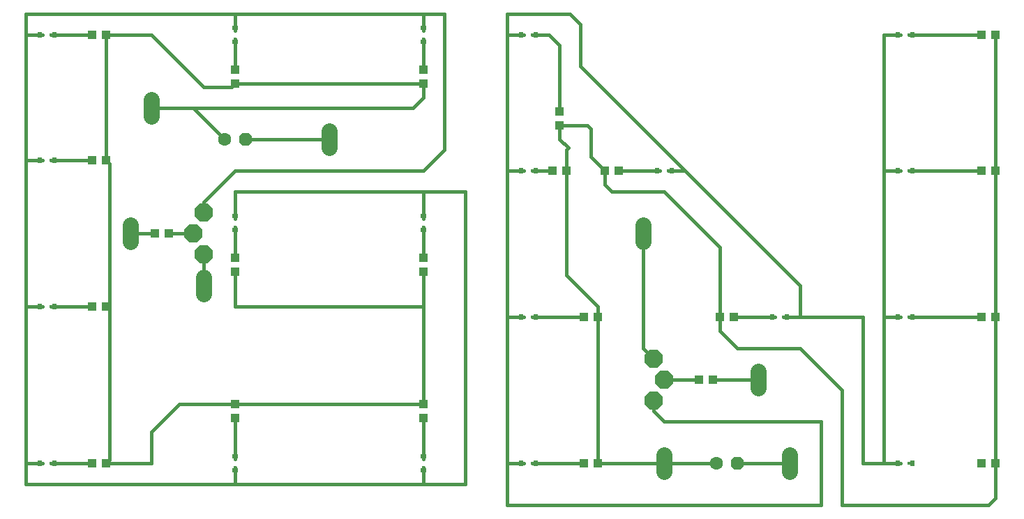
<source format=gbr>
G04 EAGLE Gerber RS-274X export*
G75*
%MOMM*%
%FSLAX34Y34*%
%LPD*%
%INTop Copper*%
%IPPOS*%
%AMOC8*
5,1,8,0,0,1.08239X$1,22.5*%
G01*
%ADD10P,1.732040X8X22.500000*%
%ADD11C,1.600200*%
%ADD12R,0.800000X0.500000*%
%ADD13R,0.350000X0.350000*%
%ADD14R,0.500000X0.800000*%
%ADD15R,1.100000X1.000000*%
%ADD16R,1.000000X1.100000*%
%ADD17C,1.981200*%
%ADD18P,2.336880X8X22.500000*%
%ADD19C,0.406400*%


D10*
X342900Y660400D03*
D11*
X317500Y660400D03*
D10*
X939800Y266700D03*
D11*
X914400Y266700D03*
D12*
X558800Y796150D03*
X558800Y778650D03*
D13*
X558800Y782400D03*
X558800Y792400D03*
D12*
X558800Y257950D03*
X558800Y275450D03*
D13*
X558800Y271700D03*
X558800Y261700D03*
D14*
X677050Y266700D03*
X694550Y266700D03*
D13*
X690800Y266700D03*
X680800Y266700D03*
D14*
X677050Y444500D03*
X694550Y444500D03*
D13*
X690800Y444500D03*
X680800Y444500D03*
D14*
X677050Y622300D03*
X694550Y622300D03*
D13*
X690800Y622300D03*
X680800Y622300D03*
D14*
X677050Y787400D03*
X694550Y787400D03*
D13*
X690800Y787400D03*
X680800Y787400D03*
D14*
X859650Y622300D03*
X842150Y622300D03*
D13*
X845900Y622300D03*
X855900Y622300D03*
D14*
X999350Y444500D03*
X981850Y444500D03*
D13*
X985600Y444500D03*
X995600Y444500D03*
D14*
X1134250Y266700D03*
X1151750Y266700D03*
D13*
X1148000Y266700D03*
X1138000Y266700D03*
D14*
X1134250Y444500D03*
X1151750Y444500D03*
D13*
X1148000Y444500D03*
X1138000Y444500D03*
D14*
X1134250Y622300D03*
X1151750Y622300D03*
D13*
X1148000Y622300D03*
X1138000Y622300D03*
D12*
X330200Y796150D03*
X330200Y778650D03*
D13*
X330200Y782400D03*
X330200Y792400D03*
D14*
X1134250Y787400D03*
X1151750Y787400D03*
D13*
X1148000Y787400D03*
X1138000Y787400D03*
D14*
X92850Y787400D03*
X110350Y787400D03*
D13*
X106600Y787400D03*
X96600Y787400D03*
D14*
X92850Y635000D03*
X110350Y635000D03*
D13*
X106600Y635000D03*
X96600Y635000D03*
D14*
X92850Y457200D03*
X110350Y457200D03*
D13*
X106600Y457200D03*
X96600Y457200D03*
D14*
X92850Y266700D03*
X110350Y266700D03*
D13*
X106600Y266700D03*
X96600Y266700D03*
D12*
X330200Y567550D03*
X330200Y550050D03*
D13*
X330200Y553800D03*
X330200Y563800D03*
D12*
X558800Y567550D03*
X558800Y550050D03*
D13*
X558800Y553800D03*
X558800Y563800D03*
D12*
X330200Y257950D03*
X330200Y275450D03*
D13*
X330200Y271700D03*
X330200Y261700D03*
D15*
X558800Y745100D03*
X558800Y728100D03*
X558800Y321700D03*
X558800Y338700D03*
D16*
X232800Y546100D03*
X249800Y546100D03*
X753500Y266700D03*
X770500Y266700D03*
X753500Y444500D03*
X770500Y444500D03*
X715400Y622300D03*
X732400Y622300D03*
D15*
X723900Y694300D03*
X723900Y677300D03*
D16*
X795900Y622300D03*
X778900Y622300D03*
X935600Y444500D03*
X918600Y444500D03*
X1236100Y266700D03*
X1253100Y266700D03*
X1236100Y444500D03*
X1253100Y444500D03*
D15*
X330200Y745100D03*
X330200Y728100D03*
D16*
X1236100Y622300D03*
X1253100Y622300D03*
X1236100Y787400D03*
X1253100Y787400D03*
X910200Y368300D03*
X893200Y368300D03*
X156600Y787400D03*
X173600Y787400D03*
X156600Y635000D03*
X173600Y635000D03*
X156600Y457200D03*
X173600Y457200D03*
X156600Y266700D03*
X173600Y266700D03*
D15*
X330200Y516500D03*
X330200Y499500D03*
X558800Y516500D03*
X558800Y499500D03*
X330200Y321700D03*
X330200Y338700D03*
D17*
X228600Y688594D02*
X228600Y708406D01*
X825500Y556006D02*
X825500Y536194D01*
X1003300Y276606D02*
X1003300Y256794D01*
D18*
X838200Y342900D03*
X850900Y368300D03*
X838200Y393700D03*
D17*
X203200Y536194D02*
X203200Y556006D01*
X292100Y492506D02*
X292100Y472694D01*
X444500Y650494D02*
X444500Y670306D01*
D18*
X292100Y571500D03*
X279400Y546100D03*
X292100Y520700D03*
D17*
X850900Y276606D02*
X850900Y256794D01*
X965200Y358394D02*
X965200Y378206D01*
D19*
X232800Y546100D02*
X203200Y546100D01*
X910200Y368300D02*
X965200Y368300D01*
X279400Y546100D02*
X249800Y546100D01*
X342900Y660400D02*
X444500Y660400D01*
X292100Y520700D02*
X292100Y482600D01*
X825500Y406400D02*
X838200Y393700D01*
X825500Y406400D02*
X825500Y546100D01*
X939800Y266700D02*
X1003300Y266700D01*
X558800Y261700D02*
X558800Y241300D01*
X330200Y241300D01*
X330200Y261700D01*
X330200Y241300D02*
X76200Y241300D01*
X76200Y266700D01*
X96600Y266700D01*
X76200Y266700D02*
X76200Y457200D01*
X96600Y457200D01*
X76200Y457200D02*
X76200Y635000D01*
X96600Y635000D01*
X76200Y635000D02*
X76200Y787400D01*
X96600Y787400D01*
X76200Y787400D02*
X76200Y812800D01*
X330200Y812800D01*
X330200Y792400D01*
X330200Y812800D02*
X558800Y812800D01*
X558800Y792400D01*
X558800Y596900D02*
X558800Y563800D01*
X558800Y596900D02*
X330200Y596900D01*
X330200Y563800D01*
X558800Y596900D02*
X609600Y596900D01*
X609600Y241300D01*
X558800Y241300D01*
X292100Y571500D02*
X292100Y584200D01*
X330200Y622300D01*
X558800Y622300D02*
X584200Y647700D01*
X584200Y812800D01*
X558800Y812800D01*
X558800Y622300D02*
X330200Y622300D01*
X330200Y338700D02*
X558800Y338700D01*
X330200Y338700D02*
X262500Y338700D01*
X228600Y304800D02*
X228600Y266700D01*
X173600Y266700D01*
X228600Y304800D02*
X262500Y338700D01*
X177800Y270900D02*
X173600Y266700D01*
X177800Y630800D02*
X173600Y635000D01*
X177800Y630800D02*
X177800Y270900D01*
X173600Y635000D02*
X173600Y787400D01*
X228600Y787400D01*
X292100Y723900D01*
X326000Y723900D01*
X330200Y728100D01*
X558800Y728100D01*
X558800Y457200D02*
X330200Y457200D01*
X558800Y457200D02*
X558800Y499500D01*
X330200Y499500D02*
X330200Y457200D01*
X558800Y457200D02*
X558800Y338700D01*
X279400Y698500D02*
X228600Y698500D01*
X279400Y698500D02*
X317500Y660400D01*
X558800Y711200D02*
X558800Y728100D01*
X558800Y711200D02*
X546100Y698500D01*
X279400Y698500D01*
X850900Y266700D02*
X914400Y266700D01*
X774700Y266700D02*
X770500Y266700D01*
X774700Y266700D02*
X850900Y266700D01*
X732400Y495300D02*
X732400Y622300D01*
X732400Y495300D02*
X770500Y457200D01*
X770500Y444500D01*
X770500Y270900D01*
X774700Y266700D01*
X732400Y647700D02*
X734500Y649800D01*
X732400Y647700D02*
X732400Y622300D01*
X734500Y649800D02*
X723900Y660400D01*
X723900Y677300D01*
X778900Y622300D02*
X778900Y605400D01*
X787400Y596900D01*
X850900Y596900D01*
X918600Y529200D01*
X918600Y444500D01*
X778900Y622300D02*
X762000Y639200D01*
X762000Y673100D01*
X757800Y677300D01*
X723900Y677300D01*
X918600Y444500D02*
X918600Y427600D01*
X1066800Y355600D02*
X1066800Y215900D01*
X1244600Y215900D01*
X1253100Y224400D01*
X1253100Y266700D01*
X939800Y406400D02*
X918600Y427600D01*
X939800Y406400D02*
X1016000Y406400D01*
X1066800Y355600D01*
X1253100Y266700D02*
X1253100Y444500D01*
X1253100Y622300D01*
X1253100Y787400D01*
X558800Y782400D02*
X558800Y745100D01*
X330200Y745100D02*
X330200Y782400D01*
X156600Y787400D02*
X106600Y787400D01*
X106600Y635000D02*
X156600Y635000D01*
X156600Y457200D02*
X106600Y457200D01*
X106600Y266700D02*
X156600Y266700D01*
X330200Y516500D02*
X330200Y553800D01*
X558800Y321700D02*
X558800Y271700D01*
X330200Y271700D02*
X330200Y321700D01*
X558800Y516500D02*
X558800Y553800D01*
X850900Y368300D02*
X893200Y368300D01*
X680800Y787400D02*
X660400Y787400D01*
X660400Y622300D01*
X680800Y622300D01*
X660400Y622300D02*
X660400Y444500D01*
X680800Y444500D01*
X660400Y444500D02*
X660400Y266700D01*
X680800Y266700D01*
X838200Y330200D02*
X850900Y317500D01*
X838200Y330200D02*
X838200Y342900D01*
X855900Y622300D02*
X876300Y622300D01*
X1016000Y482600D01*
X1016000Y444500D01*
X995600Y444500D01*
X876300Y622300D02*
X749300Y749300D01*
X749300Y800100D02*
X736600Y812800D01*
X660400Y812800D01*
X660400Y787400D01*
X749300Y800100D02*
X749300Y749300D01*
X1117600Y266700D02*
X1138000Y266700D01*
X1117600Y266700D02*
X1117600Y444500D01*
X1138000Y444500D01*
X1117600Y444500D02*
X1117600Y622300D01*
X1138000Y622300D01*
X1117600Y622300D02*
X1117600Y787400D01*
X1138000Y787400D01*
X1117600Y266700D02*
X1092200Y266700D01*
X1092200Y444500D01*
X1016000Y444500D01*
X660400Y266700D02*
X660400Y215900D01*
X1041400Y215900D01*
X1041400Y317500D01*
X850900Y317500D01*
X753500Y266700D02*
X690800Y266700D01*
X690800Y444500D02*
X753500Y444500D01*
X715400Y622300D02*
X690800Y622300D01*
X723900Y694300D02*
X723900Y774700D01*
X711200Y787400D01*
X690800Y787400D01*
X795900Y622300D02*
X845900Y622300D01*
X935600Y444500D02*
X985600Y444500D01*
X1148000Y787400D02*
X1236100Y787400D01*
X1236100Y622300D02*
X1148000Y622300D01*
X1148000Y444500D02*
X1236100Y444500D01*
M02*

</source>
